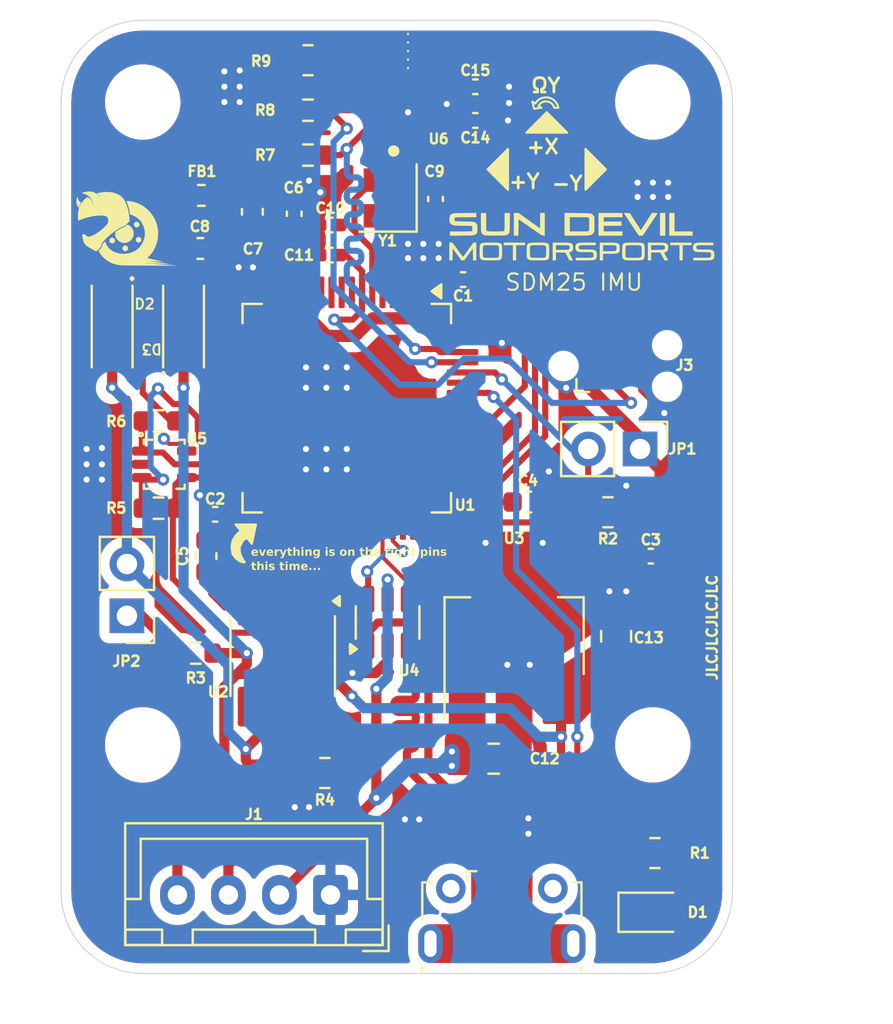
<source format=kicad_pcb>
(kicad_pcb (version 20241229) (generator "pcbnew") (generator_version "9.0")
  (layers (0 "F.Cu" signal) (4 "In1.Cu" signal) (6 "In2.Cu" signal) (2 "B.Cu" signal) (13 "F.Paste" user) (15 "B.Paste" user) (5 "F.SilkS" user "F.Silkscreen") (7 "B.SilkS" user "B.Silkscreen") (1 "F.Mask" user) (3 "B.Mask" user) (25 "Edge.Cuts" user))
  (net 0 "")
  (net 1 "+3.3V")
  (net 2 "/CS")
  (net 3 "/USER_LED")
  (net 4 "Net-(U1-VDDA)")
  (net 5 "/Rs")
  (net 6 "GND")
  (net 7 "/BOOT0")
  (net 8 "/SDA0")
  (net 9 "/I2C2_SDA")
  (net 10 "/I2C2_SCL")
  (net 11 "Net-(JP2-A)")
  (net 12 "/CANH")
  (net 13 "/USB_D+")
  (net 14 "/D-")
  (net 15 "VCC")
  (net 16 "/D+")
  (net 17 "/USB_D-")
  (net 18 "/CTX")
  (net 19 "/CRX")
  (net 20 "/CANL")
  (net 21 "Net-(D1-A)")
  (net 23 "/SWDIO")
  (net 32 "/SCL0")
  (net 33 "/SWO")
  (net 34 "/VCAP_2")
  (net 49 "/HSE_IN")
  (net 52 "/HSE_OUT")
  (net 62 "/VCAP_1")
  (net 64 "/SWCLK")
  (net 66 "/NRST")
  (footprint "Capacitor_SMD:C_0402_1005Metric" (layer "F.Cu") (at 96.2 91.025 180)
    (property "Reference" "C10")
    (property "Value" "10pF")
  )
  (footprint "Library:SOD-123FL" (layer "F.Cu") (at 89 96 90)
    (property "Reference" "D3")
    (property "Value" "TVS")
  )
  (footprint "Connector_USB:USB_Micro-B_Molex-105017-0001" (layer "F.Cu") (at 104.6 125)
    (property "Reference" "J2" (hide yes))
    (property "Value" "USB_B_Micro")
  )
  (footprint "Capacitor_SMD:C_0603_1608Metric" (layer "F.Cu") (at 105.9 104.6 180)
    (property "Reference" "C4")
    (property "Value" "2.2uF")
  )
  (footprint "Resistor_SMD:R_0603_1608Metric" (layer "F.Cu") (at 89.6 112 180)
    (property "Reference" "R3")
    (property "Value" "120")
  )
  (footprint "Capacitor_SMD:C_0402_1005Metric" (layer "F.Cu") (at 102.7 93.7)
    (property "Reference" "C1")
    (property "Value" "100nF")
  )
  (footprint "Capacitor_SMD:C_0603_1608Metric" (layer "F.Cu") (at 90.1 107.25 90)
    (property "Reference" "C5")
    (property "Value" "2.2uF")
  )
  (footprint "Capacitor_SMD:C_0805_2012Metric" (layer "F.Cu") (at 110.2 111.175 90)
    (property "Reference" "C13")
    (property "Value" "10uF")
  )
  (footprint "MountingHole:MountingHole_3.2mm_M3" (layer "F.Cu") (at 112 85)
    (property "Reference" "H3" (hide yes))
    (property "Value" "M3")
  )
  (footprint "Capacitor_SMD:C_0402_1005Metric" (layer "F.Cu") (at 101.35 89.75 90)
    (property "Reference" "C9")
    (property "Value" "10pF")
  )
  (footprint "Resistor_SMD:R_0805_2012Metric" (layer "F.Cu") (at 95.1 82.95)
    (property "Reference" "R9")
    (property "Value" "10k")
  )
  (footprint "Inductor_SMD:L_0603_1608Metric" (layer "F.Cu") (at 89.8725 89.575 180)
    (property "Reference" "FB1")
    (property "Value" "120R")
  )
  (footprint "Library:wheelyboi" (layer "F.Cu") (at 86.051776 91.352648)
    (property "Reference" "G***" (hide yes))
    (property "Value" "LOGO" (hide yes))
  )
  (footprint "Resistor_SMD:R_0603_1608Metric" (layer "F.Cu") (at 95.1 87.6 180)
    (property "Reference" "R7")
    (property "Value" "2.2k")
  )
  (footprint "Capacitor_SMD:C_0402_1005Metric" (layer "F.Cu") (at 111.9 107.25)
    (property "Reference" "C3")
    (property "Value" "100nF")
  )
  (footprint "" (layer "F.Cu") (at 105.15 117.175)
    (property "Reference" "")
    (property "Value" "")
  )
  (footprint "Resistor_SMD:R_0805_2012Metric" (layer "F.Cu") (at 95.925 117.875)
    (property "Reference" "R4")
    (property "Value" "10k")
  )
  (footprint "Capacitor_SMD:C_0402_1005Metric" (layer "F.Cu") (at 103.3 85.9 180)
    (property "Reference" "C14")
    (property "Value" "100 nF")
  )
  (footprint "Package_QFP:LQFP-64_10x10mm_P0.5mm" (layer "F.Cu") (at 97 100 -90)
    (property "Reference" "U1")
    (property "Value" "STM32F405RGT6")
  )
  (footprint "Connector_PinHeader_2.54mm:PinHeader_1x02_P2.54mm_Vertical" (layer "F.Cu") (at 111.375 102 -90)
    (property "Reference" "JP1")
    (property "Value" "BOOT")
  )
  (footprint "Library:SOD-123FL" (layer "F.Cu") (at 85.5 96 -90)
    (property "Reference" "D2")
    (property "Value" "TVS")
  )
  (footprint "Package_SO:SOIC-8_3.9x4.9mm_P1.27mm" (layer "F.Cu") (at 93.86 112.15 -90)
    (property "Reference" "U2")
    (property "Value" "SN65HVD230")
  )
  (footprint "Capacitor_SMD:C_0603_1608Metric" (layer "F.Cu") (at 89.8225 92.175 180)
    (property "Reference" "C8")
    (property "Value" "1uF")
  )
  (footprint "Package_TO_SOT_SMD:SOT-23-6" (layer "F.Cu") (at 99 110.5 90)
    (property "Reference" "U4")
    (property "Value" "USBLC6-2SC6")
  )
  (footprint "Connector_JST:JST_XH_B4B-XH-A_1x04_P2.50mm_Vertical" (layer "F.Cu") (at 96.2 123.85 180)
    (property "Reference" "J1")
    (property "Value" "Conn_01x04_Socket")
  )
  (footprint "Crystal:Crystal_SMD_2520-4Pin_2.5x2.0mm" (layer "F.Cu") (at 99.025 89.7 90)
    (property "Reference" "Y1")
    (property "Value" "12MHz")
  )
  (footprint "ISM330DHCX:LGA-14L" (layer "F.Cu") (at 100 85.4 90)
    (property "Reference" "U6")
    (property "Value" "ISM330DHCXTR")
  )
  (footprint "Resistor_SMD:R_0603_1608Metric" (layer "F.Cu") (at 87.775 100.625)
    (property "Reference" "R6")
    (property "Value" "2.7k")
  )
  (footprint "MountingHole:MountingHole_3.2mm_M3" (layer "F.Cu") (at 87 85)
    (property "Reference" "H2" (hide yes))
    (property "Value" "M3")
  )
  (footprint "Resistor_SMD:R_0805_2012Metric" (layer "F.Cu") (at 112.1 121.8 180)
    (property "Reference" "R1")
    (property "Value" "220")
  )
  (footprint "Capacitor_SMD:C_0402_1005Metric" (layer "F.Cu") (at 90.55 105.2)
    (property "Reference" "C2")
    (property "Value" "100nF")
  )
  (footprint "Connector:Tag-Connect_TC2030-IDC-NL_2x03_P1.27mm_Vertical" (layer "F.Cu") (at 110.16 97.934)
    (property "Reference" "J3")
    (property "Value" "Conn_ARM_SWD_TagConnect_TC2030")
  )
  (footprint "Capacitor_SMD:C_0402_1005Metric" (layer "F.Cu") (at 96.2 92.5)
    (property "Reference" "C11")
    (property "Value" "100nF")
  )
  (footprint "Capacitor_SMD:C_0402_1005Metric" (layer "F.Cu") (at 103.3 84.25)
    (property "Reference" "C15")
    (property "Value" "100 nF")
  )
  (footprint "" (layer "F.Cu") (at 103.25 117.175)
    (property "Reference" "")
    (property "Value" "")
  )
  (footprint "Connector_PinHeader_2.54mm:PinHeader_1x02_P2.54mm_Vertical" (layer "F.Cu") (at 86.225 110.175 180)
    (property "Reference" "JP2")
    (property "Value" "Bus Termination")
  )
  (footprint "Resistor_SMD:R_0603_1608Metric" (layer "F.Cu") (at 95.1 85.4 180)
    (property "Reference" "R8")
    (property "Value" "2.2k")
  )
  (footprint "Package_TO_SOT_SMD:SOT-223-3_TabPin2" (layer "F.Cu") (at 105.2 111.175 90)
    (property "Reference" "U3")
    (property "Value" "MIC37100-3.3WS")
  )
  (footprint "Resistor_SMD:R_0805_2012Metric" (layer "F.Cu") (at 109.8 105.1 180)
    (property "Reference" "R2")
    (property "Value" "10k")
  )
  (footprint "Capacitor_SMD:C_0402_1005Metric" (layer "F.Cu") (at 94.4225 90.475 90)
    (property "Reference" "C6")
    (property "Value" "100nF")
  )
  (footprint "Library:sdmlogo" (layer "F.Cu") (at 105.8 91.5)
    (property "Reference" "G***" (hide yes))
    (property "Value" "LOGO" (hide yes))
  )
  (footprint "LED_SMD:LED_0805_2012Metric" (layer "F.Cu") (at 112 124.7)
    (property "Reference" "D1")
    (property "Value" "GREEN")
  )
  (footprint "Resistor_SMD:R_0603_1608Metric" (layer "F.Cu") (at 87.775 104.9)
    (property "Reference" "R5")
    (property "Value" "2.7k")
  )
  (footprint "Capacitor_SMD:C_0603_1608Metric" (layer "F.Cu") (at 92.3725 90.375 90)
    (property "Reference" "C7")
    (property "Value" "1uF")
  )
  (footprint "Capacitor_SMD:C_0805_2012Metric" (layer "F.Cu") (at 104.2 117.175)
    (property "Reference" "C12")
    (property "Value" "10uF")
  )
  (footprint "MountingHole:MountingHole_3.2mm_M3" (layer "F.Cu") (at 87 116.5)
    (property "Reference" "H1" (hide yes))
    (property "Value" "M3")
  )
  (footprint "Library:SC-70-5" (layer "F.Cu") (at 88.057192 102.75)
    (property "Reference" "U5")
    (property "Value" "24LC01BT-E/LT")
  )
  (footprint "MountingHole:MountingHole_3.2mm_M3" (layer "F.Cu") (at 112 116.5)
    (property "Reference" "H4" (hide yes))
    (property "Value" "M3")
  )
  (gr_arc (start 106.243418 85.066893) (mid 106.878475 84.782249) (end 107.36501 85.279848) (stroke (width 0.1)) (layer "F.SilkS"))
  (gr_line (start 100 83.35) (end 100 81.35) (stroke (width 0.1) (type dot)) (layer "F.SilkS"))
  (gr_poly (pts (xy 103.9 88.3) (xy 104.9 89.3) (xy 104.9 87.3)) (stroke (width 0.1)) (fill yes) (layer "F.SilkS"))
  (gr_line (start 106.396229 85.195457) (end 106.53501 85.279848) (stroke (width 0.1)) (layer "F.SilkS"))
  (gr_line (start 106.243418 85.066893) (end 106.09501 84.979848) (stroke (width 0.1)) (layer "F.SilkS"))
  (gr_arc (start 106.396229 85.195457) (mid 106.81 84.97) (end 107.165009 85.279848) (stroke (width 0.1)) (layer "F.SilkS"))
  (gr_line (start 107.165009 85.279848) (end 107.36501 85.279848) (stroke (width 0.1)) (layer "F.SilkS"))
  (gr_poly (pts (xy 109.7 88.3) (xy 108.7 87.3) (xy 108.7 89.3)) (stroke (width 0.1)) (fill yes) (layer "F.SilkS"))
  (gr_poly (pts (xy 106.8 85.5) (xy 105.8 86.5) (xy 107.8 86.5)) (stroke (width 0.1)) (fill yes) (layer "F.SilkS"))
  (gr_line (start 106.53501 85.279848) (end 106.18501 85.329848) (stroke (width 0.1)) (layer "F.SilkS"))
  (gr_poly (pts (xy 92.55 105.7) (xy 91.55 105.7) (xy 91.8 106) (xy 91.55 106.25) (xy 91.4 106.5) (xy 91.35 106.8) (xy 91.4 107.15) (xy 91.55 107.35) (xy 91.75 107.5) (xy 91.9 107.55) (xy 92 107.55) (xy 91.9 107.4) (xy 91.85 107.3) (xy 91.8 107.2) (xy 91.75 107) (xy 91.75 106.8) (xy 91.8 106.7) (xy 91.9 106.5) (xy 92.1 106.35) (xy 92.35 106.65)) (stroke (width 0.1)) (fill yes) (layer "F.SilkS"))
  (gr_line (start 106.18501 85.329848) (end 106.09501 84.979848) (stroke (width 0.1)) (layer "F.SilkS"))
  (gr_arc (start 111.9 81) (mid 114.728427 82.171573) (end 115.9 85) (stroke (width 0.05)) (layer "Edge.Cuts"))
  (gr_arc (start 87 127.7) (mid 84.171573 126.528427) (end 83 123.7) (stroke (width 0.05)) (layer "Edge.Cuts"))
  (gr_line (start 83 123.7) (end 83 85) (stroke (width 0.05)) (layer "Edge.Cuts"))
  (gr_arc (start 83 85) (mid 84.171573 82.171573) (end 87 81) (stroke (width 0.05)) (layer "Edge.Cuts"))
  (gr_line (start 115.9 85) (end 115.9 123.7) (stroke (width 0.05)) (layer "Edge.Cuts"))
  (gr_arc (start 115.9 123.7) (mid 114.728427 126.528427) (end 111.9 127.7) (stroke (width 0.05)) (layer "Edge.Cuts"))
  (gr_line (start 87 81) (end 111.9 81) (stroke (width 0.05)) (layer "Edge.Cuts"))
  (gr_line (start 111.9 127.7) (end 87 127.7) (stroke (width 0.05)) (layer "Edge.Cuts"))
  (gr_text "this time..." (at 92.3 108 0) (layer "F.SilkS") (effects (font (size 0.4 0.4) (thickness 0.1) (bold yes)) (justify left bottom)))
  (gr_text "-Y" (at 107.8 89.4 0) (layer "F.SilkS") (effects (font (size 0.7 0.7) (thickness 0.14) (bold yes)) (justify bottom)))
  (gr_text "+X" (at 106.6 87.6 0) (layer "F.SilkS") (effects (font (size 0.7 0.7) (thickness 0.14) (bold yes)) (justify bottom)))
  (gr_text "ΩY" (at 106.75 84.6 0) (layer "F.SilkS") (effects (font (size 0.7 0.7) (thickness 0.14) (bold yes)) (justify bottom)))
  (gr_text "JLCJLCJLCJLC" (at 115.2 113.4 90) (layer "F.SilkS") (effects (font (size 0.5 0.5) (thickness 0.125) (bold yes)) (justify left bottom)))
  (gr_text "SDM25 IMU" (at 104.7 94.3 0) (layer "F.SilkS") (effects (font (size 0.8 0.8) (thickness 0.1)) (justify left bottom)))
  (gr_text "everything is on the right pins" (at 92.3 107.3 0) (layer "F.SilkS") (effects (font (size 0.4 0.4) (thickness 0.1) (bold yes)) (justify left bottom)))
  (gr_text "+Y" (at 105.7 89.3 0) (layer "F.SilkS") (effects (font (size 0.7 0.7) (thickness 0.14) (bold yes)) (justify bottom)))
  (segment (start 112.38 103.005) (end 112.38 107.25) (width 0.6) (layer "F.Cu") (net 1))
  (segment (start 103.35 96.25) (end 102.675 96.25) (width 0.3) (layer "F.Cu") (net 1))
  (segment (start 103.7 95.6) (end 103.7 95.9) (width 0.3) (layer "F.Cu") (net 1))
  (segment (start 103.7 95.6) (end 103.18 95.08) (width 0.4) (layer "F.Cu") (net 1))
  (segment (start 88.475 105.025) (end 88.6 104.9) (width 0.3) (layer "F.Cu") (net 1))
  (segment (start 90.2 103.75) (end 91.325 103.75) (width 0.3) (layer "F.Cu") (net 1))
  (segment (start 92.6 95.6) (end 90.59688 95.6) (width 0.3) (layer "F.Cu") (net 1))
  (segment (start 91.130592 111) (end 88.475 108.344408) (width 0.3) (layer "F.Cu") (net 1))
  (segment (start 89.157192 103.4) (end 89.85 103.4) (width 0.3) (layer "F.Cu") (net 1))
  (segment (start 90.2 95.99688) (end 90.2 96.5) (width 0.3) (layer "F.Cu") (net 1))
  (segment (start 100.75 95) (end 100.75 94.325) (width 0.3) (layer "F.Cu") (net 1))
  (segment (start 91.325 97.25) (end 90.44688 97.25) (width 0.3) (layer "F.Cu") (net 1))
  (segment (start 91.06 87.6) (end 89.085 89.575) (width 0.5) (layer "F.Cu") (net 1))
  (segment (start 103.7 95.6) (end 104.1 95.2) (width 0.6) (layer "F.Cu") (net 1))
  (segment (start 101.35 95.6) (end 100.75 95) (width 0.3) (layer "F.Cu") (net 1))
  (segment (start 102.82 85.9) (end 102.82 86.209999) (width 0.3) (layer "F.Cu") (net 1))
  (segment (start 100.75 105.675) (end 100.825 105.6) (width 0.3) (layer "F.Cu") (net 1))
  (segment (start 91.03 105.2) (end 91.03 104.045) (width 0.3) (layer "F.Cu") (net 1))
  (segment (start 101 85.9) (end 102.82 85.9) (width 0.3) (layer "F.Cu") (net 1))
  (segment (start 94.275 85.4) (end 94.275 87.6) (width 0.5) (layer "F.Cu") (net 1))
  (segment (start 103.18 95.08) (end 103.18 93.7) (width 0.4) (layer "F.Cu") (net 1))
  (segment (start 113.7453 101.6397) (end 112.38 103.005) (width 0.6) (layer "F.Cu") (net 1))
  (segment (start 113.7453 96.4453) (end 113.7453 101.6397) (width 0.6) (layer "F.Cu") (net 1))
  (segment (start 90.2 96.5) (end 88.63534 96.5) (width 0.3) (layer "F.Cu") (net 1))
  (segment (start 104.1 95.2) (end 112.5 95.2) (width 0.6) (layer "F.Cu") (net 1))
  (segment (start 111.375 101.475) (end 111.375 102) (width 0.6) (layer "F.Cu") (net 1))
  (segment (start 97.25 114.116262) (end 93.225 110.091262) (width 0.5) (layer "F.Cu") (net 1))
  (segment (start 94.1875 82.95) (end 94.1875 85.3125) (width 0.5) (layer "F.Cu") (net 1))
  (segment (start 108.89 98.99) (end 111.375 101.475) (width 0.6) (layer "F.Cu") (net 1))
  (segment (start 90.44688 97.25) (end 90.2 97.49688) (width 0.3) (layer "F.Cu") (net 1))
  (segment (start 92.4725 95.6) (end 89.0475 92.175) (width 0.6) (layer "F.Cu") (net 1))
  (segment (start 107.5 121.1375) (end 107.5 116.1) (width 0.4) (layer "F.Cu") (net 1))
  (segment (start 102.82 86.209999) (end 103.18 86.569999) (width 0.4) (layer "F.Cu") (net 1))
  (segment (start 103.18 86.569999) (end 103.18 93.7) (width 0.4) (layer "F.Cu") (net 1))
  (segment (start 90.59688 95.6) (end 90.2 95.99688) (width 0.3) (layer "F.Cu") (net 1))
  (segment (start 90.2 97.49688) (end 90.2 99.00312) (width 0.3) (layer "F.Cu") (net 1))
  (segment (start 108.3 106.35) (end 111.48 106.35) (width 0.3) (layer "F.Cu") (net 1))
  (segment (start 100.825 105.6) (end 107.55 105.6) (width 0.3) (layer "F.Cu") (net 1))
  (segment (start 89.085 89.575) (end 89.085 92.1375) (width 0.5) (layer "F.Cu") (net 1))
  (segment (start 94.1875 85.3125) (end 94.275 85.4) (width 0.5) (layer "F.Cu") (net 1))
  (segment (start 94.275 87.6) (end 91.06 87.6) (width 0.5) (layer "F.Cu") (net 1))
  (segment (start 93.225 110.825) (end 93.05 111) (width 0.3) (layer "F.Cu") (net 1))
  (segment (start 112.5 95.2) (end 113.7453 96.4453) (width 0.6) (layer "F.Cu") (net 1))
  (segment (start 98.272359 95.6) (end 97.412359 96.46) (width 0.6) (layer "F.Cu") (net 1))
  (segment (start 110.775 112.125) (end 112.38 110.52) (width 0.6) (layer "F.Cu") (net 1))
  (segment (start 96.04 96.46) (end 95.18 95.6) (width 0.6) (layer "F.Cu") (net 1))
  (segment (start 103.7 95.6) (end 101.35 95.6) (width 0.2) (layer "F.Cu") (net 1))
  (segment (start 97.412359 96.46) (end 96.04 96.46) (width 0.6) (layer "F.Cu") (net 1))
  (segment (start 103.7 95.6) (end 98.272359 95.6) (width 0.6) (layer "F.Cu") (net 1))
  (segment (start 87 98.13534) (end 87 99.25) (width 0.3) (layer "F.Cu") (net 1))
  (segment (start 89.157192 103.4) (end 88.95 103.4) (width 0.3) (layer "F.Cu") (net 1))
  (segment (start 90.2 96.5) (end 90.2 97.00312) (width 0.3) (layer "F.Cu") (net 1))
  (segment (start 93.225 109.675) (end 93.225 110.825) (width 0.3) (layer "F.Cu") (net 1))
  (segment (start 87 99.25) (end 88.375 100.625) (width 0.3) (layer "F.Cu") (net 1))
  (segment (start 110.2 112.125) (end 110.775 112.125) (width 0.6) (layer "F.Cu") (net 1))
  (segment (start 90.2 99.00312) (end 90.21094 99.01406) (width 0.3) (layer "F.Cu") (net 1))
  (segment (start 88.475 108.344408) (end 88.475 105.025) (width 0.3) (layer "F.Cu") (net 1))
  (segment (start 111.48 106.35) (end 112.38 107.25) (width 0.3) (layer "F.Cu") (net 1))
  (segment (start 92.6 95.6) (end 92.4725 95.6) (width 0.6) (layer "F.Cu") (net 1))
  (segment (start 88.375 100.625) (end 88.6 100.625) (width 0.3) (layer "F.Cu") (net 1))
  (segment (start 89.085 92.1375) (end 89.0475 92.175) (width 0.5) (layer "F.Cu") (net 1))
  (segment (start 93.225 110.091262) (end 93.225 109.675) (width 0.5) (layer "F.Cu") (net 1))
  (segment (start 112.38 110.52) (end 112.38 107.25) (width 0.6) (layer "F.Cu") (net 1))
  (segment (start 107.5 116.1) (end 107.5 114.325) (width 0.5) (layer "F.Cu") (net 1))
  (segment (start 89.85 103.4) (end 90.2 103.75) (width 0.3) (layer "F.Cu") (net 1))
  (segment (start 91.03 104.045) (end 91.325 103.75) (width 0.3) (layer "F.Cu") (net 1))
  (segment (start 111.0625 124.7) (end 107.5 121.1375) (width 0.4) (layer "F.Cu") (net 1))
  (segment (start 103.7 95.9) (end 103.35 96.25) (width 0.3) (layer "F.Cu") (net 1))
  (segment (start 95.18 95.6) (end 92.6 95.6) (width 0.6) (layer "F.Cu") (net 1))
  (segment (start 111.375 102) (end 112.38 103.005) (width 0.6) (layer "F.Cu") (net 1))
  (segment (start 107.55 105.6) (end 108.3 106.35) (width 0.3) (layer "F.Cu") (net 1))
  (segment (start 100.75 84.2375) (end 102.8075 84.2375) (width 0.3) (layer "F.Cu") (net 1))
  (segment (start 90.2 97.00312) (end 90.44688 97.25) (width 0.3) (layer "F.Cu") (net 1))
  (segment (start 88.6 103.75) (end 88.6 104.9) (width 0.3) (layer "F.Cu") (net 1))
  (segment (start 102.8075 84.2375) (end 102.82 84.25) (width 0.44) (layer "F.Cu") (net 1))
  (segment (start 93.05 111) (end 91.130592 111) (width 0.3) (layer "F.Cu") (net 1))
  (segment (start 88.63534 96.5) (end 87 98.13534) (width 0.3) (layer "F.Cu") (net 1))
  (segment (start 88.95 103.4) (end 88.6 103.75) (width 0.3) (layer "F.Cu") (net 1))
  (segment (start 102.82 84.25) (end 102.82 85.9) (width 0.44) (layer "F.Cu") (net 1))
  (segment (start 108.89 98.569) (end 108.89 98.99) (width 0.6) (layer "F.Cu") (net 1))
  (via (at 107.5 116.1) (size 0.6) (drill 0.3) (layers "F.Cu" "B.Cu") (net 1))
  (via (at 97.25 114.116262) (size 0.6) (drill 0.3) (layers "F.Cu" "B.Cu") (net 1))
  (segment (start 105 114.7) (end 97.833738 114.7) (width 0.5) (layer "B.Cu") (net 1))
  (segment (start 97.833738 114.7) (end 97.25 114.116262) (width 0.5) (layer "B.Cu") (net 1))
  (segment (start 107.5 116.1) (end 106.4 116.1) (width 0.5) (layer "B.Cu") (net 1))
  (segment (start 106.4 116.1) (end 105 114.7) (width 0.5) (layer "B.Cu") (net 1))
  (segment (start 99 84.9) (end 97.9625 84.9) (width 0.3) (layer "F.Cu") (net 2))
  (segment (start 97.9625 84.9) (end 96.0125 82.95) (width 0.3) (layer "F.Cu") (net 2))
  (segment (start 109.8 121.8) (end 108.300003 120.300003) (width 0.3) (layer "F.Cu") (net 3))
  (segment (start 102.675 99.25) (end 104 99.25) (width 0.3) (layer "F.Cu") (net 3))
  (segment (start 104 99.25) (end 104.2 99.45) (width 0.3) (layer "F.Cu") (net 3))
  (segment (start 111.1875 121.8) (end 109.8 121.8) (width 0.3) (layer "F.Cu") (net 3))
  (segment (start 108.300003 120.300003) (end 108.300003 116.1) (width 0.3) (layer "F.Cu") (net 3))
  (via (at 108.300003 116.1) (size 0.6) (drill 0.3) (layers "F.Cu" "B.Cu") (net 3))
  (via (at 104.2 99.45) (size 0.6) (drill 0.3) (layers "F.Cu" "B.Cu") (net 3))
  (segment (start 108.300003 110.900003) (end 105.3 107.9) (width 0.3) (layer "B.Cu") (net 3))
  (segment (start 105.3 100.55) (end 104.2 99.45) (width 0.3) (layer "B.Cu") (net 3))
  (segment (start 108.300003 116.1) (end 108.300003 110.900003) (width 0.3) (layer "B.Cu") (net 3))
  (segment (start 105.3 107.9) (end 105.3 100.55) (width 0.3) (layer "B.Cu") (net 3))
  (segment (start 93.7625 91.7625) (end 93.7625 89.865) (width 0.3) (layer "F.Cu") (net 4))
  (segment (start 90.66 89.575) (end 92.3475 89.575) (width 0.5) (layer "F.Cu") (net 4))
  (segment (start 93.7625 89.865) (end 94.0275 89.6) (width 0.3) (layer "F.Cu") (net 4))
  (segment (start 94.0275 89.6) (end 94.4225 89.995) (width 0.5) (layer "F.Cu") (net 4))
  (segment (start 94.75 94.325) (end 94.75 92.75) (width 0.3) (layer "F.Cu") (net 4))
  (segment (start 92.3725 89.6) (end 94.0275 89.6) (width 0.5) (layer "F.Cu") (net 4))
  (segment (start 92.3475 89.575) (end 92.3725 89.6) (width 0.5) (layer "F.Cu") (net 4))
  (segment (start 94.75 92.75) (end 93.7625 91.7625) (width 0.3) (layer "F.Cu") (net 4))
  (segment (start 95.765 117.1225) (end 95.0125 117.875) (width 0.5) (layer "F.Cu") (net 5))
  (segment (start 95.765 114.625) (end 95.765 117.1225) (width 0.5) (layer "F.Cu") (net 5))
  (segment (start 112.56 100.24) (end 111.43 99.11) (width 0.3) (layer "F.Cu") (net 6))
  (segment (start 103.8075 84.2375) (end 103.82 84.25) (width 0.3) (layer "F.Cu") (net 6))
  (segment (start 95.72 92.5) (end 95.72 91.025) (width 0.4) (layer "F.Cu") (net 6))
  (segment (start 105.9 120.85) (end 105.9 123.5375) (width 0.4) (layer "F.Cu") (net 6))
  (segment (start 98.425 112.975) (end 97.275 112.975) (width 0.5) (layer "F.Cu") (net 6))
  (segment (start 90.05 106.075) (end 90.05 105.22) (width 0.4) (layer "F.Cu") (net 6))
  (segment (start 88.037173 101.499451) (end 88.287722 101.75) (width 0.2) (layer "F.Cu") (net 6))
  (segment (start 97.275 112.975) (end 97.25 112.975) (width 0.5) (layer "F.Cu") (net 6))
  (segment (start 111.43 99.11) (end 111.43 98.569) (width 0.3) (layer "F.Cu") (net 6))
  (segment (start 102.675 96.75) (end 104.55 96.75) (width 0.3) (layer "F.Cu") (net 6))
  (segment (start 90.05 105.22) (end 90.07 105.2) (width 0.4) (layer "F.Cu") (net 6))
  (segment (start 99.725 89) (end 98.325 90.4) (width 0.3) (layer "F.Cu") (net 6))
  (segment (start 101 84.9) (end 101 85.1) (width 0.3) (layer "F.Cu") (net 6))
  (segment (start 99 112.4) (end 98.425 112.975) (width 0.5) (layer "F.Cu") (net 6))
  (segment (start 95.72 91.025) (end 94.4925 91.025) (width 0.4) (layer "F.Cu") (net 6))
  (segment (start 99.725 88.825) (end 99.4 88.825) (width 0.3) (layer "F.Cu") (net 6))
  (segment (start 88.807192 101.75) (end 89.157192 102.1) (width 0.2) (layer "F.Cu") (net 6))
  (segment (start 104.55 96.75) (end 104.6 96.8) (width 0.3) (layer "F.Cu") (net 6))
  (segment (start 95.7 89.42) (end 95.72 89.44) (width 0.4) (layer "F.Cu") (net 6))
  (segment (start 95.7 89.42) (end 95.7 89.4) (width 0.4) (layer "F.Cu") (net 6))
  (segment (start 95.25 92.97) (end 95.72 92.5) (width 0.3) (layer "F.Cu") (net 6))
  (segment (start 99.725 88.825) (end 99.725 89) (width 0.2) (layer "F.Cu") (net 6))
  (segment (start 101 85.1) (end 101.9 85.1) (width 0.3) (layer "F.Cu") (net 6))
  (segment (start 86.957192 102.75) (end 85.75 102.75) (width 0.3) (layer "F.Cu") (net 6))
  (segment (start 110.7125 103.8125) (end 110.7 103.8) (width 0.2) (layer "F.Cu") (net 6))
  (segment (start 91.325 96.75) (end 92.7 96.75) (width 0.3) (layer "F.Cu") (net 6))
  (segment (start 95.25 94.325) (end 95.25 92.97) (width 0.3) (layer "F.Cu") (net 6))
  (segment (start 94.495 110.22) (end 94.495 109.675) (width 0.5) (layer "F.Cu") (net 6))
  (segment (start 101 84.9) (end 101 85.4) (width 0.3) (layer "F.Cu") (net 6))
  (segment (start 94.4925 91.025) (end 94.4225 90.955) (width 0.4) (layer "F.Cu") (net 6))
  (segment (start 97.25 112.975) (end 94.495 110.22) (width 0.5) (layer "F.Cu") (net 6))
  (segment (start 95.7 89.4) (end 95.15 88.85) (width 0.4) (layer "F.Cu") (net 6))
  (segment (start 90.07 105.2) (end 90.07 104.532142) (width 0.3) (layer "F.Cu") (net 6))
  (segment (start 90.07 104.532142) (end 89.800938 104.26308) (width 0.3) (layer "F.Cu") (net 6))
  (segment (start 95.72 89.44) (end 95.72 91.025) (width 0.4) (layer "F.Cu") (net 6))
  (segment (start 99 111.6375) (end 99 112.4) (width 0.5) (layer "F.Cu") (net 6))
  (segment (start 88.287722 101.75) (end 88.807192 101.75) (width 0.2) (layer "F.Cu") (net 6))
  (via (at 101.9 85.1) (size 0.6) (drill 0.3) (layers "F.Cu" "B.Cu") (net 6))
  (via (at 95 102) (size 0.6) (drill 0.3) (layers "F.Cu" "B.Cu") (net 6))
  (via (at 91 85) (size 0.6) (drill 0.3) (layers "F.Cu" "B.Cu") (net 6))
  (via (at 84.25 102.75) (size 0.6) (drill 0.3) (layers "F.Cu" "B.Cu") (net 6))
  (via (at 97 98) (size 0.6) (drill 0.3) (layers "F.Cu" "B.Cu") (net 6))
  (via (at 107.75 99) (size 0.6) (drill 0.3) (layers "F.Cu" "B.Cu") (net 6))
  (via (at 91.7 93.1) (size 0.6) (drill 0.3) (layers "F.Cu" "B.Cu") (net 6))
  (via (at 91 83.5) (size 0.6) (drill 0.3) (layers "F.Cu" "B.Cu") (net 6))
  (via (at 100.55 120.15) (size 0.6) (drill 0.3) (layers "F.Cu" "B.Cu") (net 6))
  (via (at 91 84.25) (size 0.6) (drill 0.3) (layers "F.Cu" "B.Cu") (net 6))
  (via (at 96 103) (size 0.6) (drill 0.3) (layers "F.Cu" "B.Cu") (net 6))
  (via (at 85 102.75) (size 0.6) (drill 0.3) (layers "F.Cu" "B.Cu") (net 6))
  (via (at 103.8 106.6) (size 0.7) (drill 0.3) (layers "F.Cu" "B.Cu") (net 6))
  (via (at 105.96817 112.575) (size 0.7) (drill 0.3) (layers "F.Cu" "B.Cu") (net 6))
  (via (at 95.15 119.55) (size 0.6) (drill 0.3) (layers "F.Cu" "B.Cu") (net 6))
  (via (at 85 101.95) (size 0.6) (drill 0.3) (layers "F.Cu" "B.Cu") (net 6))
  (via (at 95 103) (size 0.6) (drill 0.3) (layers "F.Cu" "B.Cu") (net 6))
  (via (at 104.95 85.05) (size 0.6) (drill 0.3) (layers "F.Cu" "B.Cu") (net 6))
  (via (at 100 91.95) (size 0.6) (drill 0.3) (layers "F.Cu" "B.Cu") (net 6))
  (via (at 105.9 120.1) (size 0.6) (drill 0.3) (layers "F.Cu" "B.Cu") (net 6))
  (via (at 101.5 92.65) (size 0.6) (drill 0.3) (layers "F.Cu" "B.Cu") (net 6))
  (via (at 112.75 89.65) (size 0.6) (drill 0.3) (layers "F.Cu" "B.Cu") (net 6))
  (via (at 112 89.65) (size 0.6) (drill 0.3) (layers "F.Cu" "B.Cu") (net 6))
  (via (at 104.86817 112.575) (size 0.7) (drill 0.3) (layers "F.Cu" "B.Cu") (net 6))
  (via (at 84.25 102) (size 0.6) (drill 0.3) (layers "F.Cu" "B.Cu") (net 6))
  (via (at 111.25 89.65) (size 0.6) (drill 0.3) (layers "F.Cu" "B.Cu") (net 6))
  (via (at 99.85 120.15) (size 0.6) (drill 0.3) (layers "F.Cu" "B.Cu") (net 6))
  (via (at 97 99) (size 0.6) (drill 0.3) (layers "F.Cu" "B.Cu") (net 6))
  (via (at 91.75 85) (size 0.6) (drill 0.3) (layers "F.Cu" "B.Cu") (net 6))
  (via (at 95.7 89.42) (size 0.6) (drill 0.3) (layers "F.Cu" "B.Cu") (net 6))
  (via (at 104.6 96.8) (size 0.6) (drill 0.3) (layers "F.Cu" "B.Cu") (net 6))
  (via (at 95 99) (size 0.6) (drill 0.3) (layers "F.Cu" "B.Cu") (net 6))
  (via (at 89.800938 104.26308) (size 0.6) (drill 0.3) (layers "F.Cu" "B.Cu") (net 6))
  (via (at 106.6 106.6) (size 0.7) (drill 0.3) (layers "F.Cu" "B.Cu") (net 6))
  (via (at 88.037173 101.499451) (size 0.6) (drill 0.3) (layers "F.Cu" "B.Cu") (net 6))
  (via (at 109.86817 108.975) (size 0.7) (drill 0.3) (layers "F.Cu" "B.Cu") (net 6))
  (via (at 92.4 93.1) (size 0.6) (drill 0.3) (layers "F.Cu" "B.Cu") (net 6))
  (via (at 91.75 83.45) (size 0.6) (drill 0.3) (layers "F.Cu" "B.Cu") (net 6))
  (via (at 100 85.5) (size 0.6) (drill 0.3) (layers "F.Cu" "B.Cu") (net 6))
  (via (at 95.15 88.85) (size 0.6) (drill 0.3) (layers "F.Cu" "B.Cu") (net 6))
  (via (at 94.45 119.55) (size 0.6) (drill 0.3) (layers "F.Cu" "B.Cu") (net 6))
  (via (at 97 102) (size 0.6) (drill 0.3) (layers "F.Cu" "B.Cu") (net 6))
  (via (at 100.75 92.65) (size 0.6) (drill 0.3) (layers "F.Cu" "B.Cu") (net 6))
  (via (at 110.7 103.8) (size 0.6) (drill 0.3) (layers "F.Cu" "B.Cu") (net 6))
  (via (at 97 103) (size 0.6) (drill 0.3) (layers "F.Cu" "B.Cu") (net 6))
  (via (at 101.5 91.95) (size 0.6) (drill 0.3) (layers "F.Cu" "B.Cu") (net 6))
  (via (at 100.75 91.95) (size 0.6) (drill 0.3) (layers "F.Cu" "B.Cu") (net 6))
  (via (at 110.7 108.975) (size 0.7) (drill 0.3) (layers "F.Cu" "B.Cu") (net 6))
  (via (at 104.9 85.9) (size 0.6) (drill 0.3) (layers "F.Cu" "B.Cu") (net 6))
  (via (at 104.95 84.25) (size 0.6) (drill 0.3) (layers "F.Cu" "B.Cu") (net 6))
  (via (at 96 99) (size 0.6) (drill 0.3) (layers "F.Cu" "B.Cu") (net 6))
  (via (at 111.25 88.95) (size 0.6) (drill 0.3) (layers "F.Cu" "B.Cu") (net 6))
  (via (at 85 103.5) (size 0.6) (drill 0.3) (layers "F.Cu" "B.Cu") (net 6))
  (via (at 96 98) (size 0.6) (drill 0.3) (layers "F.Cu" "B.Cu") (net 6))
  (via (at 105.9 120.85) (size 0.6) (drill 0.3) (layers "F.Cu" "B.Cu") (net 6))
  (via (at 91.75 84.25) (size 0.6) (drill 0.3) (layers "F.Cu" "B.Cu") (net 6))
  (via (at 112.56 100.24) (size 0.6) (drill 0.3) (layers "F.Cu" "B.Cu") (net 6))
  (via (at 96 102) (size 0.6) (drill 0.3) (layers "F.Cu" "B.Cu") (net 6))
  (via (at 84.25 103.5) (size 0.6) (drill 0.3) (layers "F.Cu" "B.Cu") (net 6))
  (via (at 95 98) (size 0.6) (drill 0.3) (layers "F.Cu" "B.Cu") (net 6))
  (via (at 112.75 88.95) (size 0.6) (drill 0.3) (layers "F.Cu" "B.Cu") (net 6))
  (via (at 97.275 112.975) (size 0.6) (drill 0.3) (layers "F.Cu" "B.Cu") (net 6))
  (via (at 106.9 103.1) (size 0.6) (drill 0.3) (layers "F.Cu" "B.Cu") (net 6))
  (via (at 112 88.95) (size 0.6) (drill 0.3) (layers "F.Cu" "B.Cu") (net 6))
  (via (at 100 92.65) (size 0.6) (drill 0.3) (layers "F.Cu" "B.Cu") (net 6))
  (segment (start 108.835 105.0475) (end 108.8875 105.1) (width 0.3) (layer "F.Cu") (net 7))
  (segment (start 104.26 98.25) (end 102.675 98.25) (width 0.3) (layer "F.Cu") (net 7))
  (segment (start 108.835 102) (end 108.835 105.0475) (width 0.3) (layer "F.Cu") (net 7))
  (segment (start 104.6 98.59) (end 104.26 98.25) (width 0.3) (layer "F.Cu") (net 7))
  (via (at 104.6 98.59) (size 0.6) (drill 0.3) (layers "F.Cu" "B.Cu") (net 7))
  (segment (start 108.01 102) (end 108.835 102) (width 0.3) (layer "B.Cu") (net 7))
  (segment (start 104.6 98.59) (end 108.01 102) (width 0.3) (layer "B.Cu") (net 7))
  (segment (start 101.569239 97.25) (end 102.675 97.25) (width 0.3) (layer "F.Cu") (net 8))
  (segment (start 96.7 87.6) (end 97 87.3) (width 0.3) (layer "F.Cu") (net 8))
  (segment (start 101.419239 97.1) (end 101.569239 97.25) (width 0.3) (layer "F.Cu") (net 8))
  (segment (start 95.925 87.6) (end 96.7 87.6) (width 0.3) (layer "F.Cu") (net 8))
  (segment (start 97 87.3) (end 98.4 85.9) (width 0.3) (layer "F.Cu") (net 8))
  (segment (start 98.4 85.9) (end 99 85.9) (width 0.3) (layer "F.Cu") (net 8))
  (segment (start 100.35 97.1) (end 101.419239 97.1) (width 0.3) (layer "F.Cu") (net 8))
  (via (at 100.35 97.1) (size 0.6) (drill 0.3) (layers "F.Cu" "B.Cu") (net 8))
  (via (at 97 87.3) (size 0.6) (drill 0.3) (layers "F.Cu" "B.Cu") (net 8))
  (segment (start 97.71 90.13) (end 97.71 90.25) (width 0.3) (layer "B.Cu") (net 8))
  (segment (start 97.47 91.69) (end 97.24 91.69) (width 0.3) (layer "B.Cu") (net 8))
  (segment (start 97.24 92.29) (end 97.47 92.29) (width 0.3) (layer "B.Cu") (net 8))
  (segment (start 97.24 91.09) (end 97.47 91.09) (width 0.3) (layer "B.Cu") (net 8))
  (segment (start 97 93.75) (end 97.35 94.1) (width 0.3) (layer "B.Cu") (net 8))
  (segment (start 97.47 90.49) (end 97.24 90.49) (width 0.3) (layer "B.Cu") (net 8))
  (segment (start 97.24 89.89) (end 97.47 89.89) (width 0.3) (layer "B.Cu") (net 8))
  (segment (start 97.47 89.29) (end 97.24 89.29) (width 0.3) (layer "B.Cu") (net 8))
  (segment (start 97.71 88.93) (end 97.71 89.05) (width 0.3) (layer "B.Cu") (net 8))
  (segment (start 97.24 88.69) (end 97.47 88.69) (width 0.3) (layer "B.Cu") (net 8))
  (segment (start 97.71 91.33) (end 97.71 91.45) (width 0.3) (layer "B.Cu") (net 8))
  (segment (start 97.47 92.89) (end 97.24 92.89) (width 0.3) (layer "B.Cu") (net 8))
  (segment (start 97 89.53) (end 97 89.65) (width 0.3) (layer "B.Cu") (net 8))
  (segment (start 97.71 92.53) (end 97.71 92.65) (width 0.3) (layer "B.Cu") (net 8))
  (segment (start 97 90.73) (end 97 90.85) (width 0.3) (layer "B.Cu") (net 8))
  (segment (start 97 93.13) (end 97 93.25) (width 0.3) (layer "B.Cu") (net 8))
  (segment (start 97.35 94.1) (end 100.35 97.1) (width 0.3) (layer "B.Cu") (net 8))
  (segment (start 97 87.3) (end 97 88.45) (width 0.3) (layer "B.Cu") (net 8))
  (segment (start 97 91.93) (end 97 92.05) (width 0.3) (layer "B.Cu") (net 8))
  (segment (start 97 93.25) (end 97 93.75) (width 0.3) (layer "B.Cu") (net 8))
  (arc (start 97.47 91.09) (mid 97.639706 91.160294) (end 97.71 91.33) (width 0.3) (layer "B.Cu") (net 8))
  (arc (start 97 88.45) (mid 97.070294 88.619706) (end 97.24 88.69) (width 0.3) (layer "B.Cu") (net 8))
  (arc (start 97.71 92.65) (mid 97.639706 92.819706) (end 97.47 92.89) (width 0.3) (layer "B.Cu") (net 8))
  (arc (start 97 90.85) (mid 97.070294 91.019706) (end 97.24 91.09) (width 0.3) (layer "B.Cu") (net 8))
  (arc (start 97 89.65) (mid 97.070294 89.819706) (end 97.24 89.89) (width 0.3) (layer "B.Cu") (net 8))
  (arc (start 97.71 91.45) (mid 97.639706 91.619706) (end 97.47 91.69) (width 0.3) (layer "B.Cu") (net 8))
  (arc (start 97.71 89.05) (mid 97.639706 89.219706) (end 97.47 89.29) (width 0.3) (layer "B.Cu") (net 8))
  (arc (start 97.24 89.29) (mid 97.070294 89.360294) (end 97 89.53) (width 0.3) (layer "B.Cu") (net 8))
  (arc (start 97.47 92.29) (mid 97.639706 92.360294) (end 97.71 92.53) (width 0.3) (layer "B.Cu") (net 8))
  (arc (start 97.71 90.25) (mid 97.639706 90.419706) (end 97.47 90.49) (width 0.3) (layer "B.Cu") (net 8))
  (arc (start 97 92.05) (mid 97.070294 92.219706) (end 97.24 92.29) (width 0.3) (layer "B.Cu") (net 8))
  (arc (start 97.24 90.49) (mid 97.070294 90.560294) (end 97 90.73) (width 0.3) (layer "B.Cu") (net 8))
  (arc (start 97.47 88.69) (mid 97.639706 88.760294) (end 97.71 88.93) (width 0.3) (layer "B.Cu") (net 8))
  (arc (start 97.24 92.89) (mid 97.070294 92.960294) (end 97 93.13) (width 0.3) (layer "B.Cu") (net 8))
  (arc (start 97.47 89.89) (mid 97.639706 89.960294) (end 97.71 90.13) (width 0.3) (layer "B.Cu") (net 8))
  (arc (start 97.24 91.69) (mid 97.070294 91.760294) (end 97 91.93) (width 0.3) (layer "B.Cu") (net 8))
  (segment (start 86.95 102.092808) (end 86.957192 102.1) (width 0.3) (layer "F.Cu") (net 9))
  (segment (start 87.9865 102.174) (end 87.031192 102.174) (width 0.3) (layer "F.Cu") (net 9))
  (segment (start 86.957192 100.632192) (end 86.95 100.625) (width 0.3) (layer "F.Cu") (net 9))
  (segment (start 87.031192 102.174) (end 86.957192 102.1) (width 0.3) (layer "F.Cu") (net 9))
  (segment (start 88.5625 102.75) (end 87.9865 102.174) (width 0.3) (layer "F.Cu") (net 9))
  (segment (start 88.5625 102.75) (end 91.325 102.75) (width 0.3) (layer "F.Cu") (net 9))
  (segment (start 86.957192 102.1) (end 86.957192 100.632192) (width 0.3) (layer "F.Cu") (net 9))
  (segment (start 86.95 103.407192) (end 86.957192 103.4) (width 0.3) (layer "F.Cu") (net 10))
  (segment (start 88 103.5) (end 87.057192 103.5) (width 0.3) (layer "F.Cu") (net 10))
  (segment (start 87.057192 103.5) (end 86.957192 103.4) (width 0.3) (layer "F.Cu") (net 10))
  (segment (start 88.50752 99.799) (end 87.75 99.04148) (width 0.3) (layer "F.Cu") (net 10))
  (segment (start 87.75 99.04148) (end 87.75 99) (width 0.3) (layer "F.Cu") (net 10))
  (segment (start 89.033774 99.799) (end 88.50752 99.799) (width 0.3) (layer "F.Cu") (net 10))
  (segment (start 86.957192 103.4) (end 86.957192 104.892808) (width 0.3) (layer "F.Cu") (net 10))
  (segment (start 91.325 102.25) (end 90.44688 102.25) (width 0.3) (layer "F.Cu") (net 10))
  (segment (start 90.44688 102.25) (end 89.69688 101.5) (width 0.3) (layer "F.Cu") (net 10))
  (segment (start 89.69688 101.5) (end 89.69688 100.462106) (width 0.3) (layer "F.Cu") (net 10))
  (segment (start 89.69688 100.462106) (end 89.033774 99.799) (width 0.3) (layer "F.Cu") (net 10))
  (segment (start 86.957192 104.892808) (end 86.95 104.9) (width 0.3) (layer "F.Cu") (net 10))
  (via (at 87.75 99.04148) (size 0.6) (drill 0.3) (layers "F.Cu" "B.Cu") (net 10))
  (via (at 88 103.5) (size 0.6) (drill 0.3) (layers "F.Cu" "B.Cu") (net 10))
  (segment (start 87.75 99.04148) (end 87.386173 99.405307) (width 0.3) (layer "B.Cu") (net 10))
  (segment (start 87.386173 102.886173) (end 88 103.5) (width 0.3) (layer "B.Cu") (net 10))
  (segment (start 87.386173 99.405307) (end 87.386173 102.886173) (width 0.3) (layer "B.Cu") (net 10))
  (segment (start 86.225 110.175) (end 86.95 110.175) (width 0.5) (layer "F.Cu") (net 11))
  (segment (start 86.95 110.175) (end 88.775 112) (width 0.5) (layer "F.Cu") (net 11))
  (segment (start 90.175 120.55) (end 88.7 122.025) (width 0.5) (layer "F.Cu") (net 12))
  (segment (start 94.495 113.745) (end 93.775 113.025) (width 0.5) (layer "F.Cu") (net 12))
  (segment (start 94.495 114.625) (end 94.495 113.745) (width 0.5) (layer "F.Cu") (net 12))
  (segment (start 92.1 112) (end 90.425 112) (width 0.5) (layer "F.Cu") (net 12))
  (segment (start 91.625 113.025) (end 91 113.65) (width 0.5) (layer "F.Cu") (net 12))
  (segment (start 91 113.65) (end 91 117.4) (width 0.5) (layer "F.Cu") (net 12))
  (segment (start 90.175 118.225) (end 90.175 120.55) (width 0.5) (layer "F.Cu") (net 12))
  (segment (start 93.775 113.025) (end 91.625 113.025) (width 0.5) (layer "F.Cu") (net 12))
  (segment (start 91.625 113.025) (end 92.1 112.55) (width 0.5) (layer "F.Cu") (net 12))
  (segment (start 91 117.4) (end 90.175 118.225) (width 0.5) (layer "F.Cu") (net 12))
  (segment (start 89 97.61) (end 89 99) (width 0.5) (layer "F.Cu") (net 12))
  (segment (start 92.1 112.55) (end 92.1 112) (width 0.5) (layer "F.Cu") (net 12))
  (segment (start 88.7 122.025) (end 88.7 123.85) (width 0.5) (layer "F.Cu") (net 12))
  (via (at 89 99) (size 0.6) (drill 0.3) (layers "F.Cu" "B.Cu") (net 12))
  (via (at 92.1 112) (size 0.6) (drill 0.3) (layers "F.Cu" "B.Cu") (net 12))
  (segment (start 92.1 112) (end 89 108.9) (width 0.5) (layer "B.Cu") (net 12))
  (segment (start 89 108.9) (end 89 99) (width 0.5) (layer "B.Cu") (net 12))
  (segment (start 99.25 105.675) (end 99.25 106.5) (width 0.2) (layer "F.Cu") (net 13))
  (segment (start 98.05 109.3625) (end 98.05 108.05) (width 0.3) (layer "F.Cu") (net 13))
  (segment (start 98.05 108.05) (end 98 108) (width 0.3) (layer "F.Cu") (net 13))
  (segment (start 99.25 106.5) (end 99.75 107) (width 0.2) (layer "F.Cu") (net 13))
  (via (at 98 108) (size 0.6) (drill 0.3) (layers "F.Cu" "B.Cu") (net 13))
  (via (at 99.75 107) (size 0.6) (drill 0.3) (layers "F.Cu" "B.Cu") (net 13))
  (segment (start 99.75 107) (end 99 107) (width 0.2) (layer "B.Cu") (net 13))
  (segment (start 99 107) (end 98 108) (width 0.2) (layer "B.Cu") (net 13))
  (segment (start 103.95 121.65) (end 103.95 123.5375) (width 0.4) (layer "F.Cu") (net 14))
  (segment (start 100.38 116.47) (end 100.38 116.3) (width 0.4) (layer "F.Cu") (net 14))
  (segment (start 99.95 117.65) (end 103.95 121.65) (width 0.4) (layer "F.Cu") (net 14))
  (segment (start 99.95 112.1) (end 99.95 111.6375) (width 0.4) (layer "F.Cu") (net 14))
  (segment (start 99.95 116.085) (end 99.56 116.085) (width 0.4) (layer "F.Cu") (net 14))
  (segment (start 100.38 115.27) (end 100.38 115.1) (width 0.4) (layer "F.Cu") (net 14))
  (segment (start 100.38 114.07) (end 100.38 113.9) (width 0.4) (layer "F.Cu") (net 14))
  (segment (start 99.95 114.285) (end 100.165 114.285) (width 0.4) (layer "F.Cu") (net 14))
  (segment (start 99.95 114.885) (end 99.56 114.885) (width 0.4) (layer "F.Cu") (net 14))
  (segment (start 99.95 115.485) (end 100.165 115.485) (width 0.4) (layer "F.Cu") (net 14))
  (segment (start 100.38 112.87) (end 100.38 112.7) (width 0.4) (layer "F.Cu") (net 14))
  (segment (start 100.165 116.085) (end 99.95 116.085) (width 0.4) (layer "F.Cu") (net 14))
  (segment (start 99.56 115.485) (end 99.95 115.485) (width 0.4) (layer "F.Cu") (net 14))
  (segment (start 99.56 114.285) (end 99.95 114.285) (width 0.4) (layer "F.Cu") (net 14))
  (segment (start 99.32 114.645) (end 99.32 114.525) (width 0.4) (layer "F.Cu") (net 14))
  (segment (start 99.95 113.47) (end 99.95 113.3) (width 0.4) (layer "F.Cu") (net 14))
  (segment (start 100.165 114.885) (end 99.95 114.885) (width 0.4) (layer "F.Cu") (net 14))
  (segment (start 99.32 115.845) (end 99.32 115.725) (width 0.4) (layer "F.Cu") (net 14))
  (segment (start 99.95 116.9) (end 99.95 117.65) (width 0.4) (layer "F.Cu") (net 14))
  (segment (start 99.95 112.27) (end 99.95 112.1) (width 0.4) (layer "F.Cu") (net 14))
  (arc (start 100.165 112.485) (mid 100.012972 112.422028) (end 99.95 112.27) (width 0.4) (layer "F.Cu") (net 14))
  (arc (start 100.38 116.3) (mid 100.317028 116.147972) (end 100.165 116.085) (width 0.4) (layer "F.Cu") (net 14))
  (arc (start 99.56 114.885) (mid 99.390294 114.814706) (end 99.32 114.645) (width 0.4) (layer "F.Cu") (net 14))
  (arc (start 100.165 113.085) (mid 100.317028 113.022028) (end 100.38 112.87) (width 0.4) (layer "F.Cu") (net 14))
  (arc (start 100.165 113.685) (mid 100.012972 113.622028) (end 99.95 113.47) (width 0.4) (layer "F.Cu") (net 14))
  (arc (start 100.165 116.685) (mid 100.317028 116.622028) (end 100.38 116.47) (width 0.4) (layer "F.Cu") (net 14))
  (arc (start 99.95 113.3) (mid 100.012972 113.147972) (end 100.165 113.085) (width 0.4) (layer "F.Cu") (net 14))
  (arc (start 100.38 113.9) (mid 100.317028 113.747972) (end 100.165 113.685) (width 0.4) (layer "F.Cu") (net 14))
  (arc (start 99.56 116.085) (mid 99.390294 116.014706) (end 99.32 115.845) (width 0.4) (layer "F.Cu") (net 14))
  (arc (start 99.32 115.725) (mid 99.390294 115.555294) (end 99.56 115.485) (width 0.4) (layer "F.Cu") (net 14))
  (arc (start 99.32 114.525) (mid 99.390294 114.355294) (end 99.56 114.285) (width 0.4) (layer "F.Cu") (net 14))
  (arc (start 100.165 114.285) (mid 100.317028 114.222028) (end 100.38 114.07) (width 0.4) (layer "F.Cu") (net 14))
  (arc (start 100.165 115.485) (mid 100.317028 115.422028) (end 100.38 115.27) (width 0.4) (layer "F.Cu") (net 14))
  (arc (start 99.95 116.9) (mid 100.012972 116.747972) (end 100.165 116.685) (width 0.4) (layer "F.Cu") (net 14))
  (arc (start 100.38 112.7) (mid 100.317028 112.547972) (end 100.165 112.485) (width 0.4) (layer "F.Cu") (net 14))
  (arc (start 100.38 115.1) (mid 100.317028 114.947972) (end 100.165 114.885) (width 0.4) (layer "F.Cu") (net 14))
  (segment (start 98.45 119.1) (end 93.7 123.85) (width 0.5) (layer "F.Cu") (net 15))
  (segment (start 99 109.3625) (end 99 108.394239) (width 0.3) (layer "F.Cu") (net 15))
  (segment (start 95.935 121.615) (end 102.815 121.615) (width 0.4) (layer "F.Cu") (net 15))
  (segment (start 102.815 121.615) (end 103.3 122.1) (width 0.4) (layer "F.Cu") (net 15))
  (segment (start 93.7 123.85) (end 95.935 121.615) (width 0.4) (layer "F.Cu") (net 15))
  (segment (start 103.3 122.1) (end 103.3 123.5375) (width 0.4) (layer "F.Cu") (net 15))
  (segment (start 98.45 113.75) (end 98.45 119.1) (width 0.5) (layer "F.Cu") (net 15))
  (via (at 99 108.394239) (size 0.6) (drill 0.3) (layers "F.Cu" "B.Cu") (net 15))
  (via (at 102.15 117.525) (size 0.6) (drill 0.3) (layers "F.Cu" "B.Cu") (net 15))
  (via (at 98.45 119.1) (size 0.6) (drill 0.3) (layers "F.Cu" "B.Cu") (net 15))
  (via (at 98.45 113.75) (size 0.6) (drill 0.3) (layers "F.Cu" "B.Cu") (net 15))
  (via (at 102.15 116.825) (size 0.6) (drill 0.3) (layers "F.Cu" "B.Cu") (net 15))
  (segment (start 100.025 117.525) (end 98.45 119.1) (width 0.75) (layer "B.Cu") (net 15))
  (segment (start 101.45 117.525) (end 102.15 116.825) (width 0.5) (layer "B.Cu") (net 15))
  (segment (start 99 113.2) (end 98.45 113.75) (width 0.5) (layer "B.Cu") (net 15))
  (segment (start 102.15 117.525) (end 100.025 117.525) (width 0.75) (layer "B.Cu") (net 15))
  (segment (start 99 108.394239) (end 99 113.2) (width 0.5) (layer "B.Cu") (net 15))
  (segment (start 100.025 117.525) (end 101.45 117.525) (width 0.5) (layer "B.Cu") (net 15))
  (segment (start 102.15 116.825) (end 102.15 117.525) (width 0.75) (layer "B.Cu") (net 15))
  (segment (start 104.6 121.3) (end 104.6 123.5375) (width 0.4) (layer "F.Cu") (net 16))
  (segment (start 98.05 111.6375) (end 98.05 110.975001) (width 0.4) (layer "F.Cu") (net 16))
  (segment (start 98.05 110.975001) (end 98.525001 110.5) (width 0.4) (layer "F.Cu") (net 16))
  (segment (start 101 111.225) (end 101 117.7) (width 0.4) (layer "F.Cu") (net 16))
  (segment (start 98.525001 110.5) (end 100.275 110.5) (width 0.4) (layer "F.Cu") (net 16))
  (segment (start 100.275 110.5) (end 101 111.225) (width 0.4) (layer "F.Cu") (net 16))
  (segment (start 101 117.7) (end 104.6 121.3) (width 0.4) (layer "F.Cu") (net 16))
  (segment (start 99.95 108.494296) (end 99.95 109.3625) (width 0.2) (layer "F.Cu") (net 17))
  (segment (start 98.75 107.294296) (end 99.95 108.494296) (width 0.2) (layer "F.Cu") (net 17))
  (segment (start 98.75 105.675) (end 98.75 107.294296) (width 0.2) (layer "F.Cu") (net 17))
  (segment (start 93.75 106.554534) (end 95.765 108.569534) (width 0.2) (layer "F.Cu") (net 18))
  (segment (start 95.765 108.569534) (end 95.765 109.675) (width 0.2) (layer "F.Cu") (net 18))
  (segment (start 93.75 105.675) (end 93.75 106.554534) (width 0.2) (layer "F.Cu") (net 18))
  (segment (start 91.955 106.97) (end 91.955 109.675) (width 0.2) (layer "F.Cu") (net 19))
  (segment (start 93.25 105.675) (end 91.955 106.97) (width 0.2) (layer "F.Cu") (net 19))
  (segment (start 92.05 120.807489) (end 92.05 120.959489) (width 0.5) (layer "F.Cu") (net 20))
  (segment (start 91.2 122.375) (end 91.2 122.475) (width 0.5) (layer "F.Cu") (net 20))
  (segment (start 91.444 120.503489) (end 91.746 120.503489) (width 0.5) (layer "F.Cu") (net 20))
  (segment (start 92.96 117.767489) (end 92.96 117.919489) (width 0.5) (layer "F.Cu") (net 20))
  (segment (start 92.05 121.525) (end 91.2 122.375) (width 0.5) (layer "F.Cu") (net 20))
  (segment (start 85.5 97.61) (end 85.5 99) (width 0.5) (layer "F.Cu") (net 20))
  (segment (start 92.354 118.223489) (end 92.05 118.223489) (width 0.5) (layer "F.Cu") (net 20))
  (segment (start 93.225 115.525) (end 92.05 116.7) (width 0.5) (layer "F.Cu") (net 20))
  (segment (start 92.05 119.743489) (end 91.746 119.743489) (width 0.5) (layer "F.Cu") (net 20))
  (segment (start 92.05 118.983489) (end 92.656 118.983489) (width 0.5) (layer "F.Cu") (net 20))
  (segment (start 91.14 118.527489) (end 91.14 118.679489) (width 0.5) (layer "F.Cu") (net 20))
  (segment (start 91.444 118.983489) (end 92.05 118.983489) (width 0.5) (layer "F.Cu") (net 20))
  (segment (start 92.96 119.287489) (end 92.96 119.439489) (width 0.5) (layer "F.Cu") (net 20))
  (segment (start 92.05 116.7) (end 92.05 117.159489) (width 0.5) (layer "F.Cu") (net 20))
  (segment (start 93.225 114.625) (end 93.225 115.525) (width 0.5) (layer "F.Cu") (net 20))
  (segment (start 91.14 120.047489) (end 91.14 120.199489) (width 0.5) (layer "F.Cu") (net 20))
  (segment (start 92.05 118.223489) (end 91.444 118.223489) (width 0.5) (layer "F.Cu") (net 20))
  (segment (start 91.746 119.743489) (end 91.444 119.743489) (width 0.5) (layer "F.Cu") (net 20))
  (segment (start 92.05 120.959489) (end 92.05 121.525) (width 0.5) (layer "F.Cu") (net 20))
  (segment (start 92.656 119.743489) (end 92.05 119.743489) (width 0.5) (layer "F.Cu") (net 20))
  (segment (start 92.354 117.463489) (end 92.656 117.463489) (width 0.5) (layer "F.Cu") (net 20))
  (segment (start 92.656 118.223489) (end 92.354 118.223489) (width 0.5) (layer "F.Cu") (net 20))
  (segment (start 91.2 122.475) (end 91.2 123.85) (width 0.5) (layer "F.Cu") (net 20))
  (via (at 92.05 116.7) (size 0.6) (drill 0.3) (layers "F.Cu" "B.Cu") (net 20))
  (via (at 85.5 99) (size 0.6) (drill 0.3) (layers "F.Cu" "B.Cu") (net 20))
  (arc (start 92.05 117.159489) (mid 92.13904 117.374449) (end 92.354 117.463489) (width 0.5) (layer "F.Cu") (net 20))
  (arc (start 91.14 118.679489) (mid 91.22904 118.894449) (end 91.444 118.983489) (width 0.5) (layer "F.Cu") (net 20))
  (arc (start 91.746 120.503489) (mid 91.96096 120.592529) (end 92.05 120.807489) (width 0.5) (layer "F.Cu") (net 20))
  (arc (start 92.656 117.463489) (mid 92.87096 117.552529) (end 92.96 117.767489) (width 0.5) (layer "F.Cu") (net 20))
  (arc (start 91.444 119.743489) (mid 91.22904 119.832529) (end 91.14 120.047489) (width 0.5) (layer "F.Cu") (net 20))
  (arc (start 91.444 118.223489) (mid 91.22904 118.312529) (end 91.14 118.527489) (width 0.5) (layer "F.Cu") (net 20))
  (arc (start 92.96 119.439489) (mid 92.87096 119.654449) (end 92.656 119.743489) (width 0.5) (layer "F.Cu") (net 20))
  (arc (start 91.14 120.199489) (mid 91.22904 120.414449) (end 91.444 120.503489) (width 0.5) (layer "F.Cu") (net 20))
  (arc (start 92.656 118.983489) (mid 92.87096 119.072529) (end 92.96 119.287489) (width 0.5) (layer "F.Cu") (net 20))
  (arc (start 92.96 117.919489) (mid 92.87096 118.134449) (end 92.656 118.223489) (width 0.5) (layer "F.Cu") (net 20))
  (segment (start 86.225 107.635) (end 86.225 99.725) (width 0.5) (layer "B.Cu") (net 20))
  (segment (start 91.2 112.61) (end 86.225 107.635) (width 0.5) (layer "B.Cu") (net 20))
  (segment (start 86.225 99.725) (end 85.5 99) (width 0.5) (layer "B.Cu") (net 20))
  (segment (start 91.2 115.85) (end 92.05 116.7) (width 0.5) (layer "B.Cu") (net 20))
  (segment (start 91.2 115.85) (end 91.2 112.61) (width 0.5) (layer "B.Cu") (net 20))
  (segment (start 112.9375 124.7) (end 112.9375 121.875) (width 0.4) (layer "F.Cu") (net 21))
  (segment (start 112.9375 121.875) (end 113.0125 121.8) (width 0.4) (layer "F.Cu") (net 21))
  (segment (start 106.7247 101.3753) (end 106.7247 97.563155) (width 0.3) (layer "F.Cu") (net 23))
  (segment (start 101.3 104.05) (end 101.75 104.5) (width 0.3) (layer "F.Cu") (net 23))
  (segment (start 107.437855 96.85) (end 108.441 96.85) (width 0.3) (layer "F.Cu") (net 23))
  (segment (start 101.75 104.5) (end 103.6 104.5) (width 0.3) (layer "F.Cu") (net 23))
  (segment (start 100.242894 104.05) (end 101.3 104.05) (width 0.3) (layer "F.Cu") (net 23))
  (segment (start 99.75 104.542894) (end 100.242894 104.05) (width 0.3) (layer "F.Cu") (net 23))
  (segment (start 99.75 105.675) (end 99.75 104.542894) (width 0.3) (layer "F.Cu") (net 23))
  (segment (start 106.7247 97.563155) (end 107.437855 96.85) (width 0.3) (layer "F.Cu") (net 23))
  (segment (start 108.441 96.85) (end 108.89 97.299) (width 0.3) (layer "F.Cu") (net 23))
  (segment (start 103.6 104.5) (end 106.7247 101.3753) (width 0.3) (layer "F.Cu") (net 23))
  (segment (start 97 86.3) (end 97 86.25) (width 0.3) (layer "F.Cu") (net 32))
  (segment (start 97 86.25) (end 96.15 85.4) (width 0.3) (layer "F.Cu") (net 32))
  (segment (start 96.15 85.4) (end 95.925 85.4) (width 0.3) (layer "F.Cu") (net 32))
  (segment (start 95.925 85.4) (end 96.1 85.4) (width 0.3) (layer "F.Cu") (net 32))
  (segment (start 101.15 97.75) (end 102.675 97.75) (width 0.3) (layer "F.Cu") (net 32))
  (segment (start 95.925 85.4) (end 99 85.4) (width 0.3) (layer "F.Cu") (net 32))
  (via (at 101.15 97.75) (size 0.6) (drill 0.3) (layers "F.Cu" "B.Cu") (net 32))
  (via (at 97 86.3) (size 0.6) (drill 0.3) (layers "F.Cu" "B.Cu") (net 32))
  (segment (start 96.35 94.019239) (end 100.080761 97.75) (width 0.3) (layer "B.Cu") (net 32))
  (segment (start 96.35 86.95) (end 96.35 94.019239) (width 0.3) (layer "B.Cu") (net 32))
  (segment (start 100.080761 97.75) (end 101.15 97.75) (width 0.3) (layer "B.Cu") (net 32))
  (segment (start 97 86.3) (end 96.35 86.95) (width 0.3) (layer "B.Cu") (net 32))
  (segment (start 111.43 97.299) (end 109.981 95.85) (width 0.3) (layer "F.Cu") (net 33))
  (segment (start 105.7247 98.9253) (end 103.9 100.75) (width 0.3) (layer "F.Cu") (net 33))
  (segment (start 106.942893 95.85) (end 105.7247 97.068193) (width 0.3) (layer "F.Cu") (net 33))
  (segment (start 109.981 95.85) (end 106.942893 95.85) (width 0.3) (layer "F.Cu") (net 33))
  (segment (start 105.7247 97.068193) (end 105.7247 98.9253) (width 0.3) (layer "F.Cu") (net 33))
  (segment (start 103.9 100.75) (end 102.675 100.75) (width 0.3) (layer "F.Cu") (net 33))
  (segment (start 101.092894 104.55) (end 101.542894 105) (width 0.3) (layer "F.Cu") (net 34))
  (segment (start 100.45 104.55) (end 101.092894 104.55) (width 0.3) (layer "F.Cu") (net 34))
  (segment (start 100.25 105.675) (end 100.25 104.75) (width 0.3) (layer "F.Cu") (net 34))
  (segment (start 104.207106 104.6) (end 105.125 104.6) (width 0.3) (layer "F.Cu") (net 34))
  (segment (start 101.542894 105) (end 103.807106 105) (width 0.3) (layer "F.Cu") (net 34))
  (segment (start 103.807106 105) (end 104.207106 104.6) (width 0.3) (layer "F.Cu") (net 34))
  (segment (start 100.25 104.75) (end 100.45 104.55) (width 0.3) (layer "F.Cu") (net 34))
  (segment (start 98.75 94.325) (end 98.75 92.025) (width 0.3) (layer "F.Cu") (net 49))
  (segment (start 99.725 90.575) (end 100.05 90.25) (width 0.3) (layer "F.Cu") (net 49))
  (segment (start 99.725 91.05) (end 99.725 90.575) (width 0.3) (layer "F.Cu") (net 49))
  (segment (start 98.75 92.025) (end 99.725 91.05) (width 0.3) (layer "F.Cu") (net 49))
  (segment (start 101.33 90.25) (end 101.35 90.23) (width 0.3) (layer "F.Cu") (net 49))
  (segment (start 100.05 90.25) (end 101.33 90.25) (width 0.3) (layer "F.Cu") (net 49))
  (segment (start 97.075 91.025) (end 96.68 91.025) (width 0.3) (layer "F.Cu") (net 52))
  (segment (start 97.375 91.325) (end 97.075 91.025) (width 0.3) (layer "F.Cu") (net 52))
  (segment (start 98.25 92.2) (end 98.25 94.325) (width 0.3) (layer "F.Cu") (net 52))
  (segment (start 98.325 88.825) (end 97.375 89.775) (width 0.3) (layer "F.Cu") (net 52))
  (segment (start 97.375 89.775) (end 97.375 91.325) (width 0.3) (layer "F.Cu") (net 52))
  (segment (start 97.375 91.325) (end 98.25 92.2) (width 0.3) (layer "F.Cu") (net 52))
  (segment (start 92.20312 103.25) (end 92.45 103.49688) (width 0.3) (layer "F.Cu") (net 62))
  (segment (start 91.75 104.70312) (end 91.75 106.375) (width 0.3) (layer "F.Cu") (net 62))
  (segment (start 92.45 104.00312) (end 91.75 104.70312) (width 0.3) (layer "F.Cu") (net 62))
  (segment (start 92.45 103.49688) (end 92.45 104.00312) (width 0.3) (layer "F.Cu") (net 62))
  (segment (start 91.75 106.375) (end 90.1 108.025) (width 0.3) (layer "F.Cu") (net 62))
  (segment (start 91.325 103.25) (end 90.51759 103.25) (width 0.3) (layer "F.Cu") (net 62))
  (segment (start 91.325 103.25) (end 92.20312 103.25) (width 0.3) (layer "F.Cu") (net 62))
  (segment (start 106.2247 101.168194) (end 103.642894 103.75) (width 0.3) (layer "F.Cu") (net 64))
  (segment (start 107.15 96.35) (end 106.2247 97.2753) (width 0.3) (layer "F.Cu") (net 64))
  (segment (start 106.2247 97.2753) (end 106.2247 101.168194) (width 0.3) (layer "F.Cu") (net 64))
  (segment (start 103.642894 103.75) (end 102.675 103.75) (width 0.3) (layer "F.Cu") (net 64))
  (segment (start 109.211 96.35) (end 107.15 96.35) (width 0.3) (layer "F.Cu") (net 64))
  (segment (start 110.16 97.299) (end 109.211 96.35) (width 0.3) (layer "F.Cu") (net 64))
  (segment (start 96.39 95.66) (end 97.29312 95.66) (width 0.3) (layer "F.Cu") (net 66))
  (segment (start 97.75 94.325) (end 97.75 93.290001) (width 0.3) (layer "F.Cu") (net 66))
  (segment (start 110.16 98.569) (end 110.16 98.97) (width 0.3) (layer "F.Cu") (net 66))
  (segment (start 96.959999 92.5) (end 96.68 92.5) (width 0.3) (layer "F.Cu") (net 66))
  (segment (start 97.75 95.20312) (end 97.75 94.325) (width 0.3) (layer "F.Cu") (net 66))
  (segment (start 97.29312 95.66) (end 97.75 95.20312) (width 0.3) (layer "F.Cu") (net 66))
  (segment (start 110.16 98.97) (end 110.93 99.74) (width 0.3) (layer "F.Cu") (net 66))
  (segment (start 97.75 93.290001) (end 96.959999 92.5) (width 0.3) (layer "F.Cu") (net 66))
  (via (at 96.39 95.66) (size 0.6) (drill 0.3) (layers "F.Cu" "B.Cu") (net 66))
  (via (at 110.93 99.74) (size 0.6) (drill 0.3) (layers "F.Cu" "B.Cu") (net 66))
  (segment (start 107.05 99.74) (end 104.88 97.57) (width 0.3) (layer "B.Cu") (net 66))
  (segment (start 102.75 97.57) (end 101.47 98.85) (width 0.3) (layer "B.Cu") (net 66))
  (segment (start 101.47 98.85) (end 99.58 98.85) (width 0.3) (layer "B.Cu") (net 66))
  (segment (start 99.58 98.85) (end 96.39 95.66) (width 0.3) (layer "B.Cu") (net 66))
  (segment (start 110.93 99.74) (end 107.05 99.74) (width 0.3) (layer "B.Cu") (net 66))
  (segment (start 104.88 97.57) (end 102.75 97.57) (width 0.3) (layer "B.Cu") (net 66))
  (zone (net 6) (net_name "GND") (layer "F.Cu") (priority 1) (connect_pads yes (clearance 0.3)) (min_thickness 0.25) (fill yes (thermal_gap 0.5) (thermal_bridge_width 0.5))
    (polygon (pts (xy 104.3 118.05) (xy 106 118.05) (xy 106.1 115.575) (xy 106.1 113.075) (xy 109.3 110.875) (xy 111.2 110.875) (xy 111.2 108.575) (xy 107.2 105.875) (xy 103.2 105.875) (xy 103.2 109.075) (xy 104.3 113.075)))
  )
  (zone (net 1) (net_name "+3.3V") (layer "F.Cu") (priority 3) (connect_pads yes (clearance 0.3)) (min_thickness 0.25) (fill yes (thermal_gap 0.5) (thermal_bridge_width 0.5))
    (polygon (pts (xy 106.6 115.475) (xy 108.4 115.475) (xy 111.1 112.675) (xy 111.1 111.475) (xy 109.3 111.475) (xy 106.6 113.175)))
  )
  (zone (net 15) (net_name "VCC") (layer "F.Cu") (priority 2) (connect_pads yes (clearance 0.3)) (min_thickness 0.25) (fill yes (thermal_gap 0.5) (thermal_bridge_width 0.5))
    (polygon (pts (xy 103.91817 117.975) (xy 101.8 117.975) (xy 101.8 116.225) (xy 102 115.475) (xy 102 113.175) (xy 103.8 113.175) (xy 103.8 115.475) (xy 103.9 116.275)))
  )
  (zone (net 6) (net_name "GND") (layers "F.Cu" "B.Cu" "In1.Cu" "In2.Cu") (connect_pads (clearance 0.5)) (min_thickness 0.25) (fill yes (thermal_gap 0.5) (thermal_bridge_width 0.5) (island_removal_mode 1) (island_area_min 10))
    (polygon (pts (xy 117.15 80.3) (xy 117.15 129.3) (xy 82 129) (xy 82 80)))
  )
)
</source>
